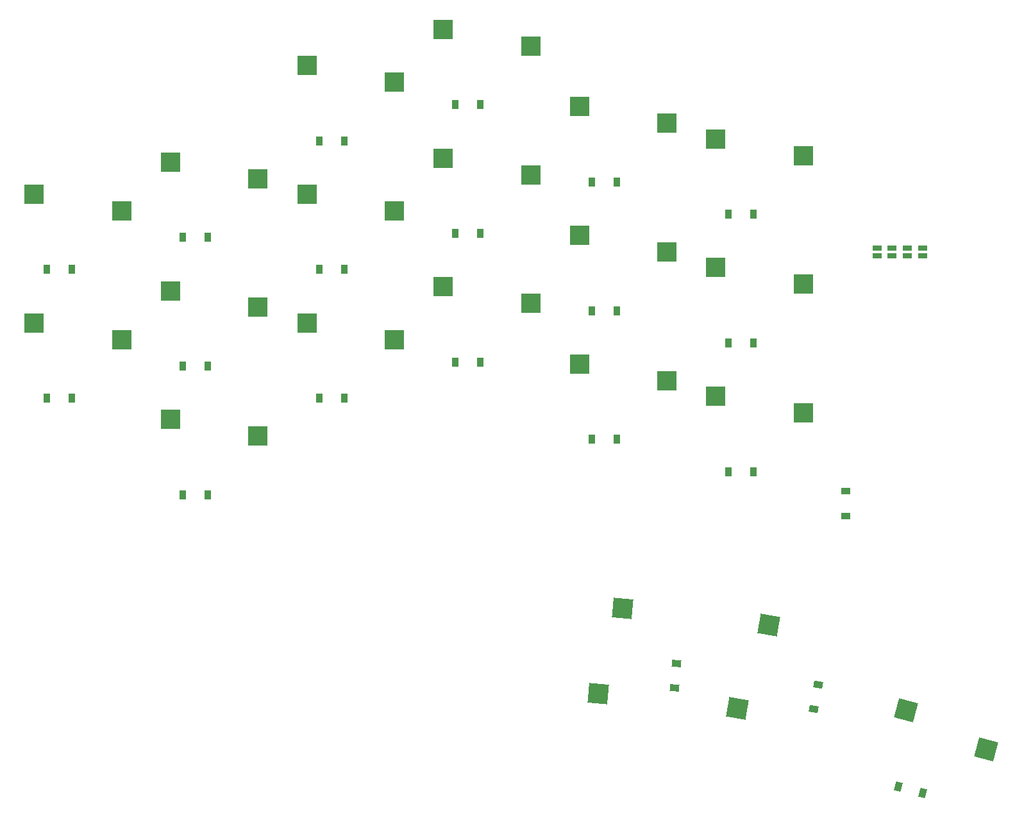
<source format=gbr>
%TF.GenerationSoftware,KiCad,Pcbnew,7.0.1-3b83917a11~171~ubuntu22.04.1*%
%TF.CreationDate,2023-03-24T21:38:12-04:00*%
%TF.ProjectId,whisper,77686973-7065-4722-9e6b-696361645f70,v1.0.0*%
%TF.SameCoordinates,Original*%
%TF.FileFunction,Paste,Bot*%
%TF.FilePolarity,Positive*%
%FSLAX46Y46*%
G04 Gerber Fmt 4.6, Leading zero omitted, Abs format (unit mm)*
G04 Created by KiCad (PCBNEW 7.0.1-3b83917a11~171~ubuntu22.04.1) date 2023-03-24 21:38:12*
%MOMM*%
%LPD*%
G01*
G04 APERTURE LIST*
G04 Aperture macros list*
%AMRotRect*
0 Rectangle, with rotation*
0 The origin of the aperture is its center*
0 $1 length*
0 $2 width*
0 $3 Rotation angle, in degrees counterclockwise*
0 Add horizontal line*
21,1,$1,$2,0,0,$3*%
G04 Aperture macros list end*
%ADD10RotRect,2.600000X2.600000X85.000000*%
%ADD11R,2.600000X2.600000*%
%ADD12R,0.900000X1.200000*%
%ADD13R,1.143000X0.635000*%
%ADD14RotRect,0.900000X1.200000X265.000000*%
%ADD15RotRect,2.600000X2.600000X80.000000*%
%ADD16RotRect,0.900000X1.200000X260.000000*%
%ADD17R,1.200000X0.900000*%
%ADD18RotRect,2.600000X2.600000X345.000000*%
%ADD19RotRect,0.900000X1.200000X165.000000*%
G04 APERTURE END LIST*
D10*
%TO.C,S18*%
X216578933Y-158175688D03*
X219777211Y-146861382D03*
%TD*%
D11*
%TO.C,S12*%
X214116727Y-114631727D03*
X225666727Y-116831727D03*
%TD*%
D12*
%TO.C,D14*%
X219041727Y-90581727D03*
X215741727Y-90581727D03*
%TD*%
%TO.C,D12*%
X219041727Y-124581727D03*
X215741727Y-124581727D03*
%TD*%
%TO.C,D9*%
X201041727Y-114381727D03*
X197741727Y-114381727D03*
%TD*%
%TO.C,D16*%
X237041727Y-111831727D03*
X233741727Y-111831727D03*
%TD*%
D11*
%TO.C,S5*%
X160116727Y-87941727D03*
X171666727Y-90141727D03*
%TD*%
%TO.C,S2*%
X142116727Y-92191727D03*
X153666727Y-94391727D03*
%TD*%
D12*
%TO.C,D8*%
X183041727Y-85141727D03*
X179741727Y-85141727D03*
%TD*%
D11*
%TO.C,S7*%
X178116727Y-92191727D03*
X189666727Y-94391727D03*
%TD*%
D12*
%TO.C,D2*%
X147041727Y-102141727D03*
X143741727Y-102141727D03*
%TD*%
D13*
%TO.C,J4*%
X257391727Y-99331347D03*
X257391727Y-100332107D03*
%TD*%
D11*
%TO.C,S17*%
X232116727Y-84881727D03*
X243666727Y-87081727D03*
%TD*%
D12*
%TO.C,D10*%
X201041727Y-97381727D03*
X197741727Y-97381727D03*
%TD*%
D11*
%TO.C,S10*%
X196116727Y-87431727D03*
X207666727Y-89631727D03*
%TD*%
%TO.C,S16*%
X232116727Y-101881727D03*
X243666727Y-104081727D03*
%TD*%
D12*
%TO.C,D6*%
X183041727Y-119141727D03*
X179741727Y-119141727D03*
%TD*%
%TO.C,D7*%
X183041727Y-102141727D03*
X179741727Y-102141727D03*
%TD*%
%TO.C,D15*%
X237041727Y-128831727D03*
X233741727Y-128831727D03*
%TD*%
%TO.C,D3*%
X165041727Y-131891727D03*
X161741727Y-131891727D03*
%TD*%
D13*
%TO.C,J8*%
X253391727Y-99331347D03*
X253391727Y-100332107D03*
%TD*%
D12*
%TO.C,D1*%
X147041727Y-119141727D03*
X143741727Y-119141727D03*
%TD*%
%TO.C,D5*%
X165041727Y-97891727D03*
X161741727Y-97891727D03*
%TD*%
D11*
%TO.C,S15*%
X232116727Y-118881727D03*
X243666727Y-121081727D03*
%TD*%
D12*
%TO.C,D13*%
X219041727Y-107581727D03*
X215741727Y-107581727D03*
%TD*%
D11*
%TO.C,S9*%
X196116727Y-104431727D03*
X207666727Y-106631727D03*
%TD*%
D13*
%TO.C,J2*%
X259391727Y-99331347D03*
X259391727Y-100332107D03*
%TD*%
D11*
%TO.C,S8*%
X178116727Y-75191727D03*
X189666727Y-77391727D03*
%TD*%
%TO.C,S14*%
X214116727Y-80631727D03*
X225666727Y-82831727D03*
%TD*%
D12*
%TO.C,D4*%
X165041727Y-114891727D03*
X161741727Y-114891727D03*
%TD*%
D14*
%TO.C,D18*%
X226920313Y-154136629D03*
X226632699Y-157424071D03*
%TD*%
D13*
%TO.C,J6*%
X255391727Y-99331347D03*
X255391727Y-100332107D03*
%TD*%
D15*
%TO.C,S19*%
X234970877Y-160073484D03*
X239143091Y-149080980D03*
%TD*%
D16*
%TO.C,D19*%
X245624931Y-156951105D03*
X245051893Y-160200971D03*
%TD*%
D17*
%TO.C,D21*%
X249280000Y-131410000D03*
X249280000Y-134710000D03*
%TD*%
D12*
%TO.C,D17*%
X237041727Y-94831727D03*
X233741727Y-94831727D03*
%TD*%
D11*
%TO.C,S11*%
X196116727Y-70431727D03*
X207666727Y-72631727D03*
%TD*%
%TO.C,S1*%
X142116727Y-109191727D03*
X153666727Y-111391727D03*
%TD*%
%TO.C,S4*%
X160116727Y-104941727D03*
X171666727Y-107141727D03*
%TD*%
D18*
%TO.C,S20*%
X257213281Y-160371216D03*
X267800323Y-165485613D03*
%TD*%
D11*
%TO.C,S3*%
X160116727Y-121941727D03*
X171666727Y-124141727D03*
%TD*%
%TO.C,S13*%
X214116727Y-97631727D03*
X225666727Y-99831727D03*
%TD*%
D12*
%TO.C,D11*%
X201041727Y-80381727D03*
X197741727Y-80381727D03*
%TD*%
D19*
%TO.C,D20*%
X259395217Y-171256861D03*
X256207661Y-170402759D03*
%TD*%
D11*
%TO.C,S6*%
X178116727Y-109191727D03*
X189666727Y-111391727D03*
%TD*%
M02*

</source>
